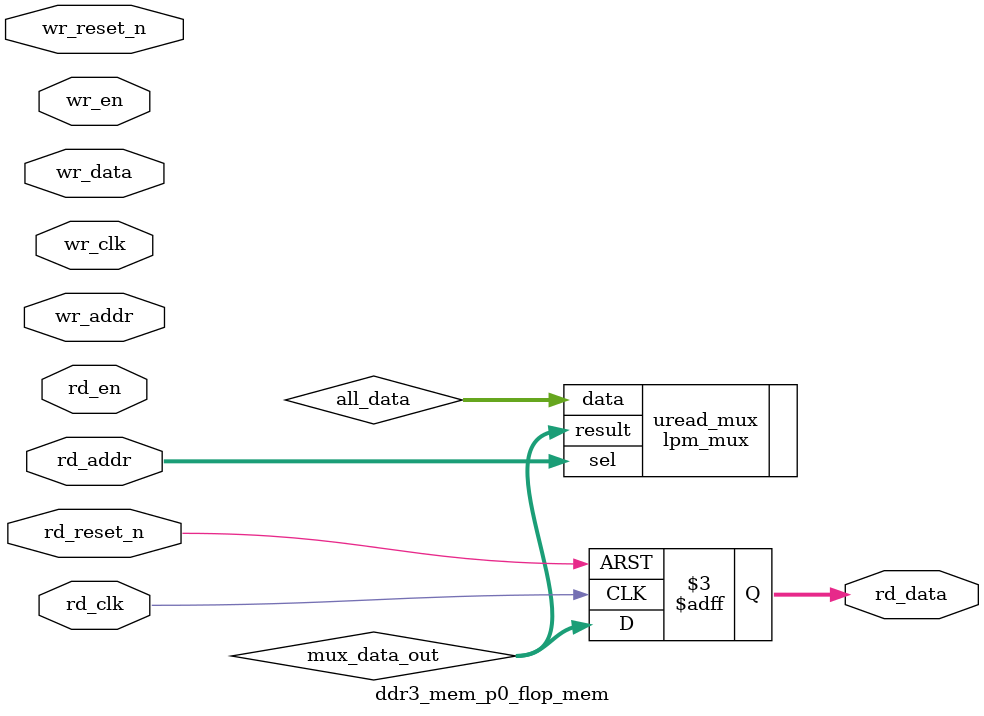
<source format=v>



`timescale 1 ps / 1 ps

(* altera_attribute = "-name ALLOW_SYNCH_CTRL_USAGE ON;-name AUTO_CLOCK_ENABLE_RECOGNITION ON" *)
module ddr3_mem_p0_flop_mem(
	wr_reset_n,
	wr_clk,
	wr_en,
	wr_addr,
	wr_data,
	rd_reset_n,
	rd_clk,
	rd_en,
	rd_addr,
	rd_data
);

parameter WRITE_MEM_DEPTH	= "";
parameter WRITE_ADDR_WIDTH	= "";
parameter WRITE_DATA_WIDTH	= "";
parameter READ_MEM_DEPTH	= "";
parameter READ_ADDR_WIDTH	= "";		 
parameter READ_DATA_WIDTH	= "";


input	wr_reset_n;
input	wr_clk;
input	wr_en;
input	[WRITE_ADDR_WIDTH-1:0] wr_addr;
input	[WRITE_DATA_WIDTH-1:0] wr_data;
input	rd_reset_n;
input	rd_clk;
input	rd_en;
input	[READ_ADDR_WIDTH-1:0] rd_addr;
output	[READ_DATA_WIDTH-1:0] rd_data;



wire	[WRITE_DATA_WIDTH*WRITE_MEM_DEPTH-1:0] all_data;
wire	[READ_DATA_WIDTH-1:0] mux_data_out;



// declare a memory with WRITE_MEM_DEPTH entries
// each entry contains a data size of WRITE_DATA_WIDTH
reg	[WRITE_DATA_WIDTH-1:0] data_stored [0:WRITE_MEM_DEPTH-1] /* synthesis syn_preserve = 1 */;
reg	[READ_DATA_WIDTH-1:0] rd_data;

generate
genvar entry;
	for (entry=0; entry < WRITE_MEM_DEPTH; entry=entry+1)
	begin: mem_location
		assign all_data[(WRITE_DATA_WIDTH*(entry+1)-1) : (WRITE_DATA_WIDTH*entry)] = data_stored[entry]; 
		
		always @(posedge wr_clk or negedge wr_reset_n)
		begin
			if (~wr_reset_n) begin
				data_stored[entry] <= {WRITE_DATA_WIDTH{1'b0}};
			end else begin
				if (wr_en) begin
					if (entry == wr_addr) begin
						data_stored[entry] <= wr_data;
					end
				end
			end
		end		
	end
endgenerate

// mux to select the correct output data based on read address
lpm_mux	uread_mux(
	.sel (rd_addr),
	.data (all_data),
	.result (mux_data_out)
	// synopsys translate_off
	,
	.aclr (),
	.clken (),
	.clock ()
	// synopsys translate_on
	);
 defparam uread_mux.lpm_size = READ_MEM_DEPTH;
 defparam uread_mux.lpm_type = "LPM_MUX";
 defparam uread_mux.lpm_width = READ_DATA_WIDTH;
 defparam uread_mux.lpm_widths = READ_ADDR_WIDTH;

always @(posedge rd_clk or negedge rd_reset_n)	
begin
	if (~rd_reset_n) begin
		rd_data <= {READ_DATA_WIDTH{1'b0}};
	end else begin
		rd_data <= mux_data_out;
	end
end

endmodule

</source>
